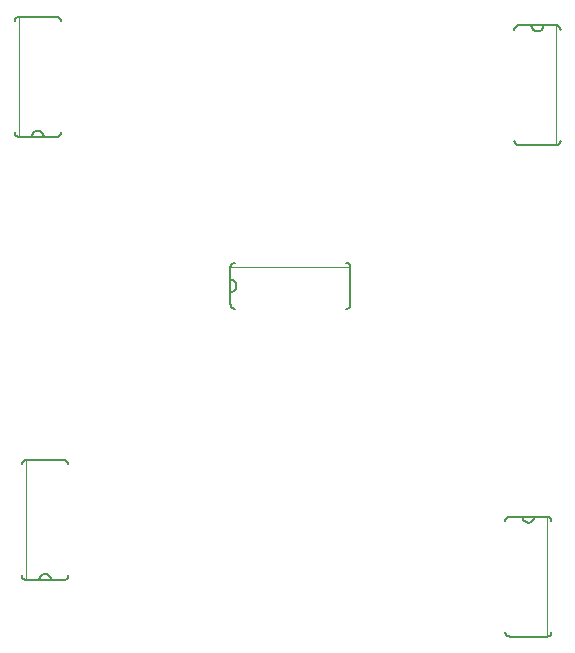
<source format=gbo>
G75*
%MOIN*%
%OFA0B0*%
%FSLAX24Y24*%
%IPPOS*%
%LPD*%
%AMOC8*
5,1,8,0,0,1.08239X$1,22.5*
%
%ADD10C,0.0060*%
%ADD11C,0.0020*%
D10*
X031172Y060240D02*
X032412Y060240D01*
X032435Y060242D01*
X032458Y060247D01*
X032480Y060256D01*
X032500Y060269D01*
X032518Y060284D01*
X032533Y060302D01*
X032546Y060322D01*
X032555Y060344D01*
X032560Y060367D01*
X032562Y060390D01*
X031172Y060240D02*
X031149Y060242D01*
X031126Y060247D01*
X031104Y060256D01*
X031084Y060269D01*
X031066Y060284D01*
X031051Y060302D01*
X031038Y060322D01*
X031029Y060344D01*
X031024Y060367D01*
X031022Y060390D01*
X031022Y064090D02*
X031024Y064113D01*
X031029Y064136D01*
X031038Y064158D01*
X031051Y064178D01*
X031066Y064196D01*
X031084Y064211D01*
X031104Y064224D01*
X031126Y064233D01*
X031149Y064238D01*
X031172Y064240D01*
X031592Y064240D01*
X031992Y064240D01*
X032412Y064240D01*
X032435Y064238D01*
X032458Y064233D01*
X032480Y064224D01*
X032500Y064211D01*
X032518Y064196D01*
X032533Y064178D01*
X032546Y064158D01*
X032555Y064136D01*
X032560Y064113D01*
X032562Y064090D01*
X031992Y064240D02*
X031990Y064213D01*
X031985Y064186D01*
X031975Y064160D01*
X031963Y064136D01*
X031947Y064114D01*
X031929Y064094D01*
X031907Y064077D01*
X031884Y064062D01*
X031859Y064052D01*
X031833Y064044D01*
X031806Y064040D01*
X031778Y064040D01*
X031751Y064044D01*
X031725Y064052D01*
X031700Y064062D01*
X031677Y064077D01*
X031655Y064094D01*
X031637Y064114D01*
X031621Y064136D01*
X031609Y064160D01*
X031599Y064186D01*
X031594Y064213D01*
X031592Y064240D01*
X025863Y071313D02*
X025863Y072553D01*
X025861Y072576D01*
X025856Y072599D01*
X025847Y072621D01*
X025834Y072641D01*
X025819Y072659D01*
X025801Y072674D01*
X025781Y072687D01*
X025759Y072696D01*
X025736Y072701D01*
X025713Y072703D01*
X025863Y071313D02*
X025861Y071290D01*
X025856Y071267D01*
X025847Y071245D01*
X025834Y071225D01*
X025819Y071207D01*
X025801Y071192D01*
X025781Y071179D01*
X025759Y071170D01*
X025736Y071165D01*
X025713Y071163D01*
X022013Y071163D02*
X021990Y071165D01*
X021967Y071170D01*
X021945Y071179D01*
X021925Y071192D01*
X021907Y071207D01*
X021892Y071225D01*
X021879Y071245D01*
X021870Y071267D01*
X021865Y071290D01*
X021863Y071313D01*
X021863Y071733D01*
X021863Y072133D01*
X021863Y072553D01*
X021865Y072576D01*
X021870Y072599D01*
X021879Y072621D01*
X021892Y072641D01*
X021907Y072659D01*
X021925Y072674D01*
X021945Y072687D01*
X021967Y072696D01*
X021990Y072701D01*
X022013Y072703D01*
X021863Y072133D02*
X021890Y072131D01*
X021917Y072126D01*
X021943Y072116D01*
X021967Y072104D01*
X021989Y072088D01*
X022009Y072070D01*
X022026Y072048D01*
X022041Y072025D01*
X022051Y072000D01*
X022059Y071974D01*
X022063Y071947D01*
X022063Y071919D01*
X022059Y071892D01*
X022051Y071866D01*
X022041Y071841D01*
X022026Y071818D01*
X022009Y071796D01*
X021989Y071778D01*
X021967Y071762D01*
X021943Y071750D01*
X021917Y071740D01*
X021890Y071735D01*
X021863Y071733D01*
X016058Y076901D02*
X015638Y076901D01*
X015238Y076901D01*
X014818Y076901D01*
X014795Y076903D01*
X014772Y076908D01*
X014750Y076917D01*
X014730Y076930D01*
X014712Y076945D01*
X014697Y076963D01*
X014684Y076983D01*
X014675Y077005D01*
X014670Y077028D01*
X014668Y077051D01*
X015238Y076901D02*
X015240Y076928D01*
X015245Y076955D01*
X015255Y076981D01*
X015267Y077005D01*
X015283Y077027D01*
X015301Y077047D01*
X015323Y077064D01*
X015346Y077079D01*
X015371Y077089D01*
X015397Y077097D01*
X015424Y077101D01*
X015452Y077101D01*
X015479Y077097D01*
X015505Y077089D01*
X015530Y077079D01*
X015553Y077064D01*
X015575Y077047D01*
X015593Y077027D01*
X015609Y077005D01*
X015621Y076981D01*
X015631Y076955D01*
X015636Y076928D01*
X015638Y076901D01*
X016058Y076901D02*
X016081Y076903D01*
X016104Y076908D01*
X016126Y076917D01*
X016146Y076930D01*
X016164Y076945D01*
X016179Y076963D01*
X016192Y076983D01*
X016201Y077005D01*
X016206Y077028D01*
X016208Y077051D01*
X016208Y080751D02*
X016206Y080774D01*
X016201Y080797D01*
X016192Y080819D01*
X016179Y080839D01*
X016164Y080857D01*
X016146Y080872D01*
X016126Y080885D01*
X016104Y080894D01*
X016081Y080899D01*
X016058Y080901D01*
X014818Y080901D01*
X014795Y080899D01*
X014772Y080894D01*
X014750Y080885D01*
X014730Y080872D01*
X014712Y080857D01*
X014697Y080839D01*
X014684Y080819D01*
X014675Y080797D01*
X014670Y080774D01*
X014668Y080751D01*
X015062Y066126D02*
X016302Y066126D01*
X016325Y066124D01*
X016348Y066119D01*
X016370Y066110D01*
X016390Y066097D01*
X016408Y066082D01*
X016423Y066064D01*
X016436Y066044D01*
X016445Y066022D01*
X016450Y065999D01*
X016452Y065976D01*
X015062Y066126D02*
X015039Y066124D01*
X015016Y066119D01*
X014994Y066110D01*
X014974Y066097D01*
X014956Y066082D01*
X014941Y066064D01*
X014928Y066044D01*
X014919Y066022D01*
X014914Y065999D01*
X014912Y065976D01*
X014912Y062276D02*
X014914Y062253D01*
X014919Y062230D01*
X014928Y062208D01*
X014941Y062188D01*
X014956Y062170D01*
X014974Y062155D01*
X014994Y062142D01*
X015016Y062133D01*
X015039Y062128D01*
X015062Y062126D01*
X015482Y062126D01*
X015882Y062126D01*
X016302Y062126D01*
X016325Y062128D01*
X016348Y062133D01*
X016370Y062142D01*
X016390Y062155D01*
X016408Y062170D01*
X016423Y062188D01*
X016436Y062208D01*
X016445Y062230D01*
X016450Y062253D01*
X016452Y062276D01*
X015882Y062126D02*
X015880Y062153D01*
X015875Y062180D01*
X015865Y062206D01*
X015853Y062230D01*
X015837Y062252D01*
X015819Y062272D01*
X015797Y062289D01*
X015774Y062304D01*
X015749Y062314D01*
X015723Y062322D01*
X015696Y062326D01*
X015668Y062326D01*
X015641Y062322D01*
X015615Y062314D01*
X015590Y062304D01*
X015567Y062289D01*
X015545Y062272D01*
X015527Y062252D01*
X015511Y062230D01*
X015499Y062206D01*
X015489Y062180D01*
X015484Y062153D01*
X015482Y062126D01*
X031475Y076618D02*
X032715Y076618D01*
X032738Y076620D01*
X032761Y076625D01*
X032783Y076634D01*
X032803Y076647D01*
X032821Y076662D01*
X032836Y076680D01*
X032849Y076700D01*
X032858Y076722D01*
X032863Y076745D01*
X032865Y076768D01*
X031475Y076618D02*
X031452Y076620D01*
X031429Y076625D01*
X031407Y076634D01*
X031387Y076647D01*
X031369Y076662D01*
X031354Y076680D01*
X031341Y076700D01*
X031332Y076722D01*
X031327Y076745D01*
X031325Y076768D01*
X031325Y080468D02*
X031327Y080491D01*
X031332Y080514D01*
X031341Y080536D01*
X031354Y080556D01*
X031369Y080574D01*
X031387Y080589D01*
X031407Y080602D01*
X031429Y080611D01*
X031452Y080616D01*
X031475Y080618D01*
X031895Y080618D01*
X032295Y080618D01*
X032715Y080618D01*
X032738Y080616D01*
X032761Y080611D01*
X032783Y080602D01*
X032803Y080589D01*
X032821Y080574D01*
X032836Y080556D01*
X032849Y080536D01*
X032858Y080514D01*
X032863Y080491D01*
X032865Y080468D01*
X032295Y080618D02*
X032293Y080591D01*
X032288Y080564D01*
X032278Y080538D01*
X032266Y080514D01*
X032250Y080492D01*
X032232Y080472D01*
X032210Y080455D01*
X032187Y080440D01*
X032162Y080430D01*
X032136Y080422D01*
X032109Y080418D01*
X032081Y080418D01*
X032054Y080422D01*
X032028Y080430D01*
X032003Y080440D01*
X031980Y080455D01*
X031958Y080472D01*
X031940Y080492D01*
X031924Y080514D01*
X031912Y080538D01*
X031902Y080564D01*
X031897Y080591D01*
X031895Y080618D01*
D11*
X032725Y080618D02*
X032725Y076618D01*
X025863Y072563D02*
X021863Y072563D01*
X015052Y066126D02*
X015052Y062126D01*
X014808Y076901D02*
X014808Y080901D01*
X032422Y064240D02*
X032422Y060240D01*
M02*

</source>
